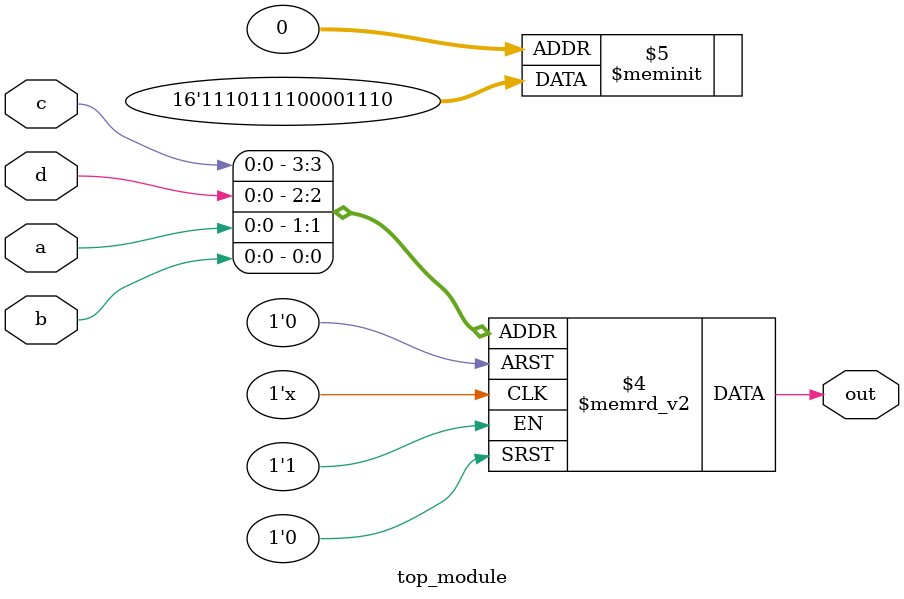
<source format=sv>
module top_module (
    input a,
    input b,
    input c,
    input d,
    output reg out
);

always @(*) begin
    case ({c, d, a, b})
        4'b0001: out = 1; // ab=01, cd=00
        4'b0010: out = 1; // ab=10, cd=00
        4'b0011: out = 1; // ab=11, cd=00
        4'b0110: out = 0; // ab=10, cd=01
        4'b0111: out = 0; // ab=11, cd=01    
        4'b1101, 4'b1110, 4'b1111, // ab=10 or 11, cd=11, 10
        4'b1010, 4'b1011,        // ab=01 or 01, cd=11,10
        4'b1000, 4'b1001: out =1 ;  //catch-all group out is 1 except specific cases
        default: out = 0; // General remaining case(default safer as low).
    endcase
end

endmodule

</source>
